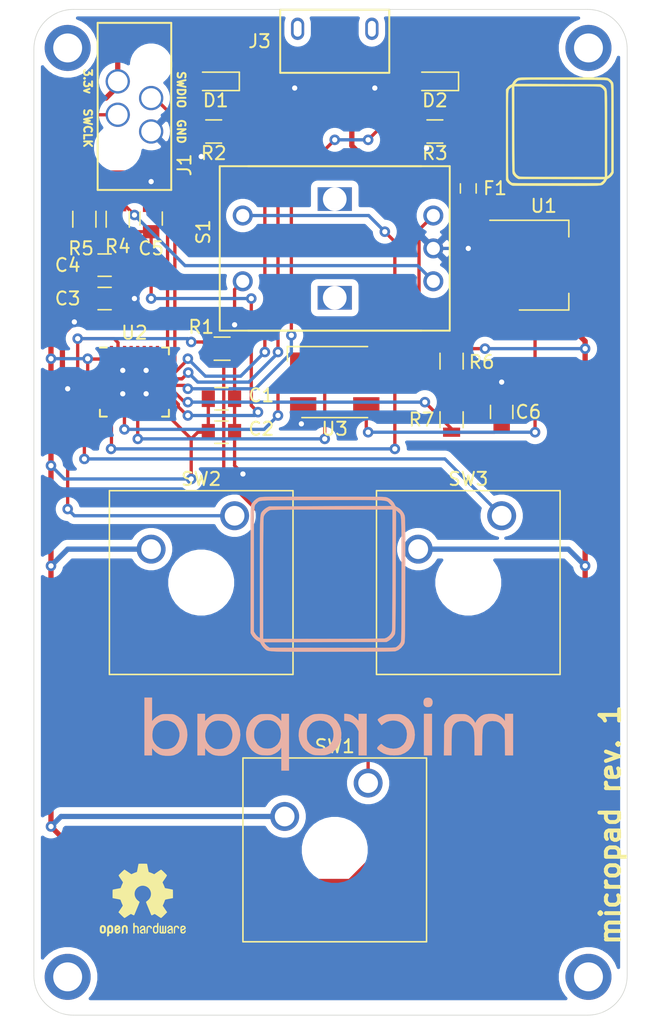
<source format=kicad_pcb>
(kicad_pcb (version 20171130) (host pcbnew 5.1.7-a382d34a8~87~ubuntu20.04.1)
  (layers (0 F.Cu signal) (31 B.Cu signal) (34 B.Paste user) (35 F.Paste user) (36 B.SilkS user) (37 F.SilkS user) (38 B.Mask user) (39 F.Mask user) (44 Edge.Cuts user))
  (net 0 "")
  (net 1 +3V3)
  (net 2 GND)
  (net 3 /ENC_A)
  (net 4 /ENC_B)
  (net 5 "Net-(D1-Pad1)")
  (net 6 /LED_USR)
  (net 7 "Net-(D2-Pad1)")
  (net 8 /SWCLK)
  (net 9 /SWDIO)
  (net 10 +5V)
  (net 11 /USB_DM)
  (net 12 /USB_DP)
  (net 13 "Net-(J3-Pad4)")
  (net 14 /BOOT)
  (net 15 "Net-(R4-Pad1)")
  (net 16 "Net-(R6-Pad2)")
  (net 17 /ENC_BTN)
  (net 18 "Net-(SW2-Pad1)")
  (net 19 "Net-(SW3-Pad1)")
  (net 20 /APA_MOSI)
  (net 21 /APA_SCK)
  (net 22 "Net-(U3-Pad6)")
  (net 23 "Net-(U3-Pad5)")
  (net 24 "Net-(U2-Pad32)")
  (net 25 "Net-(U2-Pad30)")
  (net 26 "Net-(U2-Pad29)")
  (net 27 "Net-(U2-Pad28)")
  (net 28 "Net-(U2-Pad27)")
  (net 29 "Net-(U2-Pad26)")
  (net 30 "Net-(U2-Pad25)")
  (net 31 "Net-(U2-Pad16)")
  (net 32 "Net-(U2-Pad15)")
  (net 33 "Net-(U2-Pad14)")
  (net 34 "Net-(U2-Pad12)")
  (net 35 "Net-(U2-Pad10)")
  (net 36 "Net-(U2-Pad4)")
  (net 37 "Net-(U2-Pad3)")
  (net 38 "Net-(U2-Pad2)")
  (net 39 "Net-(F1-Pad2)")
  (module Symbols:OSHW-Logo2_7.3x6mm_SilkScreen (layer F.Cu) (at 38.735 90.17)
    (fp_text reference REF*** hide)
    (fp_text value OSHW-Logo2_7.3x6mm_SilkScreen hide)
  )
  (module micropad:square_only (layer F.Cu) (at 70.485 31.75)
    (fp_text reference G*** hide)
    (fp_text value LOGO hide)
  )
  (module micropad:logo (layer B.Cu) (at 52.832 70.104 180)
    (fp_text reference G*** hide)
    (fp_text value LOGO hide)
  )
  (module micropad:REDFIT_IDC_SKEDD_CONN_4PIN (layer F.Cu) (at 38.1 29.845 270)
    (fp_text reference J1 (at 4.445 -3.81 90) (layer F.SilkS))
    (fp_text value "SWD Debug")
    (pad "" np_thru_hole circle (at 3.135 1.27 270) (size 2.6 2.6) (drill 2.6) (layers *.Cu *.Mask))
    (pad "" np_thru_hole circle (at -3.175 -1.27 270) (size 2.2 2.2) (drill 2.2) (layers *.Cu *.Mask))
    (pad 4 thru_hole circle (at 1.905 -1.27 270) (size 1.85 1.85) (drill 1.5) (layers *.Cu *.Mask) (net 2 GND))
    (pad 3 thru_hole circle (at 0.635 1.27 270) (size 1.85 1.85) (drill 1.5) (layers *.Cu *.Mask) (net 8 /SWCLK))
    (pad 2 thru_hole circle (at -0.635 -1.27 270) (size 1.85 1.85) (drill 1.5) (layers *.Cu *.Mask) (net 9 /SWDIO))
    (pad 1 thru_hole circle (at -1.905 1.27 270) (size 1.85 1.85) (drill 1.5) (layers *.Cu *.Mask) (net 1 +3V3))
  )
  (module Mounting_Holes:MountingHole_2.2mm_M2_ISO7380_Pad (layer F.Cu) (at 72.644 96.012)
    (fp_text reference H4 hide)
    (fp_text value MountingHole)
    (pad 1 thru_hole circle (at 0 0) (size 3.5 3.5) (drill 2.2) (layers *.Cu *.Mask))
  )
  (module Mounting_Holes:MountingHole_2.2mm_M2_ISO7380_Pad (layer F.Cu) (at 72.644 25.4)
    (fp_text reference H3 hide)
    (fp_text value MountingHole)
    (pad 1 thru_hole circle (at 0 0) (size 3.5 3.5) (drill 2.2) (layers *.Cu *.Mask))
  )
  (module Mounting_Holes:MountingHole_2.2mm_M2_ISO7380_Pad (layer F.Cu) (at 33.02 96.012)
    (fp_text reference H2 hide)
    (fp_text value MountingHole)
    (pad 1 thru_hole circle (at 0 0) (size 3.5 3.5) (drill 2.2) (layers *.Cu *.Mask))
  )
  (module Mounting_Holes:MountingHole_2.2mm_M2_ISO7380_Pad (layer F.Cu) (at 33.02 25.4)
    (fp_text reference H1 hide)
    (fp_text value MountingHole)
    (pad 1 thru_hole circle (at 0 0) (size 3.5 3.5) (drill 2.2) (layers *.Cu *.Mask))
  )
  (module Capacitors_SMD:C_0805 (layer F.Cu) (at 44.72 52.07)
    (fp_text reference C1 (at 3.032 -0.254) (layer F.SilkS))
    (fp_text value 0.1u)
    (pad 1 smd rect (at -1 0) (size 1 1.25) (layers F.Cu F.Paste F.Mask) (net 1 +3V3))
    (pad 2 smd rect (at 1 0) (size 1 1.25) (layers F.Cu F.Paste F.Mask) (net 2 GND))
  )
  (module Capacitors_SMD:C_0805 (layer F.Cu) (at 44.72 54.61)
    (fp_text reference C2 (at 3.032 -0.254) (layer F.SilkS))
    (fp_text value 0.1u)
    (pad 2 smd rect (at 1 0) (size 1 1.25) (layers F.Cu F.Paste F.Mask) (net 2 GND))
    (pad 1 smd rect (at -1 0) (size 1 1.25) (layers F.Cu F.Paste F.Mask) (net 1 +3V3))
  )
  (module Capacitors_SMD:C_0805 (layer F.Cu) (at 35.83 44.45)
    (fp_text reference C3 (at -2.81 0) (layer F.SilkS))
    (fp_text value 0.1u)
    (pad 2 smd rect (at 1 0) (size 1 1.25) (layers F.Cu F.Paste F.Mask) (net 2 GND))
    (pad 1 smd rect (at -1 0) (size 1 1.25) (layers F.Cu F.Paste F.Mask) (net 1 +3V3))
  )
  (module Capacitors_SMD:C_0805 (layer F.Cu) (at 35.83 41.91)
    (fp_text reference C4 (at -2.81 0) (layer F.SilkS))
    (fp_text value 4.7u)
    (pad 1 smd rect (at -1 0) (size 1 1.25) (layers F.Cu F.Paste F.Mask) (net 1 +3V3))
    (pad 2 smd rect (at 1 0) (size 1 1.25) (layers F.Cu F.Paste F.Mask) (net 2 GND))
  )
  (module Capacitors_SMD:C_0805 (layer F.Cu) (at 39.37 38.37 90)
    (fp_text reference C5 (at -2.27 0 180) (layer F.SilkS))
    (fp_text value 0.01u)
    (pad 1 smd rect (at -1 0 90) (size 1 1.25) (layers F.Cu F.Paste F.Mask) (net 3 /ENC_A))
    (pad 2 smd rect (at 1 0 90) (size 1 1.25) (layers F.Cu F.Paste F.Mask) (net 2 GND))
  )
  (module Capacitors_SMD:C_0805 (layer F.Cu) (at 66.04 53.07 90)
    (fp_text reference C6 (at 0 2.032 180) (layer F.SilkS))
    (fp_text value 0.01u)
    (pad 1 smd rect (at -1 0 90) (size 1 1.25) (layers F.Cu F.Paste F.Mask) (net 4 /ENC_B))
    (pad 2 smd rect (at 1 0 90) (size 1 1.25) (layers F.Cu F.Paste F.Mask) (net 2 GND))
  )
  (module LEDs:LED_0805 (layer F.Cu) (at 44.28 27.94 180)
    (fp_text reference D1 (at 0 -1.45) (layer F.SilkS))
    (fp_text value LED)
    (pad 2 smd rect (at 1.1 0) (size 1.2 1.2) (layers F.Cu F.Paste F.Mask) (net 1 +3V3))
    (pad 1 smd rect (at -1.1 0) (size 1.2 1.2) (layers F.Cu F.Paste F.Mask) (net 5 "Net-(D1-Pad1)"))
  )
  (module LEDs:LED_0805 (layer F.Cu) (at 60.96 27.94 180)
    (fp_text reference D2 (at 0 -1.45) (layer F.SilkS))
    (fp_text value LED)
    (pad 1 smd rect (at -1.1 0) (size 1.2 1.2) (layers F.Cu F.Paste F.Mask) (net 7 "Net-(D2-Pad1)"))
    (pad 2 smd rect (at 1.1 0) (size 1.2 1.2) (layers F.Cu F.Paste F.Mask) (net 6 /LED_USR))
  )
  (module micropad:XKB-U254_USB (layer F.Cu) (at 53.34 24.892 180)
    (fp_text reference J3 (at 5.715 0) (layer F.SilkS))
    (fp_text value USB_B_Micro)
    (pad 6 smd rect (at -3.1 -1.5 180) (size 2.1 1.6) (layers F.Cu F.Paste F.Mask) (net 2 GND))
    (pad 6 smd rect (at 3.1 -1.5 180) (size 2.1 1.6) (layers F.Cu F.Paste F.Mask) (net 2 GND))
    (pad 1 smd rect (at -1.3 -1.725 180) (size 0.4 1.35) (layers F.Cu F.Paste F.Mask) (net 39 "Net-(F1-Pad2)"))
    (pad 5 smd rect (at 1.3 -1.725 180) (size 0.4 1.35) (layers F.Cu F.Paste F.Mask) (net 2 GND))
    (pad 2 smd rect (at -0.65 -1.725 180) (size 0.4 1.35) (layers F.Cu F.Paste F.Mask) (net 11 /USB_DM))
    (pad 3 smd rect (at 0 -1.725 180) (size 0.4 1.35) (layers F.Cu F.Paste F.Mask) (net 12 /USB_DP))
    (pad 4 smd rect (at 0.65 -1.725 180) (size 0.4 1.35) (layers F.Cu F.Paste F.Mask) (net 13 "Net-(J3-Pad4)"))
    (pad 0 thru_hole oval (at -2.825 0.95 180) (size 1 1.7) (drill oval 0.6 1.2) (layers *.Cu *.Mask))
    (pad 0 thru_hole oval (at 2.825 0.95 180) (size 1 1.7) (drill oval 0.6 1.2) (layers *.Cu *.Mask))
  )
  (module Resistors_SMD:R_0805 (layer F.Cu) (at 44.77 48.26)
    (fp_text reference R1 (at -1.59 -1.65) (layer F.SilkS))
    (fp_text value 10k)
    (pad 2 smd rect (at 0.95 0) (size 0.7 1.3) (layers F.Cu F.Paste F.Mask) (net 2 GND))
    (pad 1 smd rect (at -0.95 0) (size 0.7 1.3) (layers F.Cu F.Paste F.Mask) (net 14 /BOOT))
  )
  (module Resistors_SMD:R_0805 (layer F.Cu) (at 44.13 31.75 180)
    (fp_text reference R2 (at 0 -1.65) (layer F.SilkS))
    (fp_text value 100)
    (pad 1 smd rect (at -0.95 0 180) (size 0.7 1.3) (layers F.Cu F.Paste F.Mask) (net 5 "Net-(D1-Pad1)"))
    (pad 2 smd rect (at 0.95 0 180) (size 0.7 1.3) (layers F.Cu F.Paste F.Mask) (net 2 GND))
  )
  (module Resistors_SMD:R_0805 (layer F.Cu) (at 60.96 31.75 180)
    (fp_text reference R3 (at 0 -1.65) (layer F.SilkS))
    (fp_text value 100)
    (pad 2 smd rect (at 0.95 0 180) (size 0.7 1.3) (layers F.Cu F.Paste F.Mask) (net 2 GND))
    (pad 1 smd rect (at -0.95 0 180) (size 0.7 1.3) (layers F.Cu F.Paste F.Mask) (net 7 "Net-(D2-Pad1)"))
  )
  (module Resistors_SMD:R_0805 (layer F.Cu) (at 36.83 38.42 270)
    (fp_text reference R4 (at 2.06 0 180) (layer F.SilkS))
    (fp_text value 10k)
    (pad 2 smd rect (at 0.95 0 270) (size 0.7 1.3) (layers F.Cu F.Paste F.Mask) (net 3 /ENC_A))
    (pad 1 smd rect (at -0.95 0 270) (size 0.7 1.3) (layers F.Cu F.Paste F.Mask) (net 15 "Net-(R4-Pad1)"))
  )
  (module Resistors_SMD:R_0805 (layer F.Cu) (at 34.29 38.42 90)
    (fp_text reference R5 (at -2.22 -0.254 180) (layer F.SilkS))
    (fp_text value 10k)
    (pad 2 smd rect (at 0.95 0 90) (size 0.7 1.3) (layers F.Cu F.Paste F.Mask) (net 15 "Net-(R4-Pad1)"))
    (pad 1 smd rect (at -0.95 0 90) (size 0.7 1.3) (layers F.Cu F.Paste F.Mask) (net 1 +3V3))
  )
  (module Resistors_SMD:R_0805 (layer F.Cu) (at 62.23 49.21 270)
    (fp_text reference R6 (at 0.066 -2.286 180) (layer F.SilkS))
    (fp_text value 10k)
    (pad 1 smd rect (at -0.95 0 270) (size 0.7 1.3) (layers F.Cu F.Paste F.Mask) (net 1 +3V3))
    (pad 2 smd rect (at 0.95 0 270) (size 0.7 1.3) (layers F.Cu F.Paste F.Mask) (net 16 "Net-(R6-Pad2)"))
  )
  (module Resistors_SMD:R_0805 (layer F.Cu) (at 62.23 53.66 90)
    (fp_text reference R7 (at 0 -2.286 180) (layer F.SilkS))
    (fp_text value 10k)
    (pad 1 smd rect (at -0.95 0 90) (size 0.7 1.3) (layers F.Cu F.Paste F.Mask) (net 4 /ENC_B))
    (pad 2 smd rect (at 0.95 0 90) (size 0.7 1.3) (layers F.Cu F.Paste F.Mask) (net 16 "Net-(R6-Pad2)"))
  )
  (module micropad:PEC11 (layer F.Cu) (at 53.34 40.64 90)
    (fp_text reference S1 (at 1.25 -10 90) (layer F.SilkS))
    (fp_text value PEC11R)
    (pad 1 thru_hole circle (at -2.5 7.5 90) (size 1.524 1.524) (drill 1) (layers *.Cu *.Mask) (net 15 "Net-(R4-Pad1)"))
    (pad 2 thru_hole circle (at 0 7.5 90) (size 1.524 1.524) (drill 1) (layers *.Cu *.Mask) (net 2 GND))
    (pad 3 thru_hole circle (at 2.5 7.5 90) (size 1.524 1.524) (drill 1) (layers *.Cu *.Mask) (net 16 "Net-(R6-Pad2)"))
    (pad 4 thru_hole circle (at -2.5 -7 90) (size 1.524 1.524) (drill 1) (layers *.Cu *.Mask) (net 2 GND))
    (pad 5 thru_hole circle (at 2.5 -7 90) (size 1.524 1.524) (drill 1) (layers *.Cu *.Mask) (net 17 /ENC_BTN))
    (pad "" np_thru_hole rect (at -3.75 0 90) (size 1.8 2.6) (drill 1.8) (layers *.Cu *.Mask))
    (pad "" np_thru_hole rect (at 3.75 0 90) (size 1.8 2.6) (drill 1.8) (layers *.Cu *.Mask))
  )
  (module Buttons_Switches_Keyboard:SW_Cherry_MX1A_2.00u_Plate (layer F.Cu) (at 55.88 81.28)
    (fp_text reference SW1 (at -2.54 -2.794) (layer F.SilkS))
    (fp_text value SW_SPST)
    (pad "" np_thru_hole circle (at -2.54 5.08) (size 4 4) (drill 4) (layers *.Cu *.Mask))
    (pad 2 thru_hole circle (at -6.35 2.54) (size 2.2 2.2) (drill 1.5) (layers *.Cu *.Mask) (net 1 +3V3))
    (pad 1 thru_hole circle (at 0 0) (size 2.2 2.2) (drill 1.5) (layers *.Cu *.Mask) (net 14 /BOOT))
  )
  (module Buttons_Switches_Keyboard:SW_Cherry_MX1A_1.00u_Plate (layer F.Cu) (at 45.72 60.96)
    (fp_text reference SW2 (at -2.54 -2.794) (layer F.SilkS))
    (fp_text value SW_SPST)
    (pad 1 thru_hole circle (at 0 0) (size 2.2 2.2) (drill 1.5) (layers *.Cu *.Mask) (net 18 "Net-(SW2-Pad1)"))
    (pad 2 thru_hole circle (at -6.35 2.54) (size 2.2 2.2) (drill 1.5) (layers *.Cu *.Mask) (net 1 +3V3))
    (pad "" np_thru_hole circle (at -2.54 5.08) (size 4 4) (drill 4) (layers *.Cu *.Mask))
  )
  (module Buttons_Switches_Keyboard:SW_Cherry_MX1A_1.00u_Plate (layer F.Cu) (at 66.04 60.96)
    (fp_text reference SW3 (at -2.54 -2.794) (layer F.SilkS))
    (fp_text value SW_SPST)
    (pad "" np_thru_hole circle (at -2.54 5.08) (size 4 4) (drill 4) (layers *.Cu *.Mask))
    (pad 2 thru_hole circle (at -6.35 2.54) (size 2.2 2.2) (drill 1.5) (layers *.Cu *.Mask) (net 1 +3V3))
    (pad 1 thru_hole circle (at 0 0) (size 2.2 2.2) (drill 1.5) (layers *.Cu *.Mask) (net 19 "Net-(SW3-Pad1)"))
  )
  (module LEDs:LED_RGB_5050-6 (layer F.Cu) (at 53.34 50.8)
    (fp_text reference U3 (at 0 3.556 180) (layer F.SilkS))
    (fp_text value APA102)
    (pad 6 smd rect (at 2.4 -1.7 90) (size 1.1 2) (layers F.Cu F.Paste F.Mask) (net 22 "Net-(U3-Pad6)"))
    (pad 5 smd rect (at 2.4 0 90) (size 1.1 2) (layers F.Cu F.Paste F.Mask) (net 23 "Net-(U3-Pad5)"))
    (pad 4 smd rect (at 2.4 1.7 90) (size 1.1 2) (layers F.Cu F.Paste F.Mask) (net 10 +5V))
    (pad 3 smd rect (at -2.4 1.7 90) (size 1.1 2) (layers F.Cu F.Paste F.Mask) (net 2 GND))
    (pad 2 smd rect (at -2.4 0 90) (size 1.1 2) (layers F.Cu F.Paste F.Mask) (net 21 /APA_SCK))
    (pad 1 smd rect (at -2.4 -1.7 90) (size 1.1 2) (layers F.Cu F.Paste F.Mask) (net 20 /APA_MOSI))
  )
  (module TO_SOT_Packages_SMD:SOT-223 (layer F.Cu) (at 69.24 41.91)
    (fp_text reference U1 (at 0 -4.5) (layer F.SilkS))
    (fp_text value LD1117S33TR_SOT223)
    (pad 1 smd rect (at -3.15 -2.3) (size 2 1.5) (layers F.Cu F.Paste F.Mask) (net 2 GND))
    (pad 3 smd rect (at -3.15 2.3) (size 2 1.5) (layers F.Cu F.Paste F.Mask) (net 10 +5V))
    (pad 2 smd rect (at -3.15 0) (size 2 1.5) (layers F.Cu F.Paste F.Mask) (net 1 +3V3))
    (pad 4 smd rect (at 3.15 0) (size 2 3.8) (layers F.Cu F.Paste F.Mask))
  )
  (module Housings_DFN_QFN:QFN-32-1EP_5x5mm_Pitch0.5mm (layer F.Cu) (at 38.0989 50.7989)
    (fp_text reference U2 (at 0 -3.75) (layer F.SilkS))
    (fp_text value STM32F042K6Ux)
    (pad 33 smd rect (at -0.8625 -0.8625) (size 1.725 1.725) (layers F.Cu F.Paste F.Mask) (net 2 GND))
    (pad 33 smd rect (at -0.8625 0.8625) (size 1.725 1.725) (layers F.Cu F.Paste F.Mask) (net 2 GND))
    (pad 33 smd rect (at 0.8625 -0.8625) (size 1.725 1.725) (layers F.Cu F.Paste F.Mask) (net 2 GND))
    (pad 33 smd rect (at 0.8625 0.8625) (size 1.725 1.725) (layers F.Cu F.Paste F.Mask) (net 2 GND))
    (pad 32 smd rect (at -1.75 -2.4 90) (size 0.7 0.25) (layers F.Cu F.Paste F.Mask) (net 24 "Net-(U2-Pad32)"))
    (pad 31 smd rect (at -1.25 -2.4 90) (size 0.7 0.25) (layers F.Cu F.Paste F.Mask) (net 14 /BOOT))
    (pad 30 smd rect (at -0.75 -2.4 90) (size 0.7 0.25) (layers F.Cu F.Paste F.Mask) (net 25 "Net-(U2-Pad30)"))
    (pad 29 smd rect (at -0.25 -2.4 90) (size 0.7 0.25) (layers F.Cu F.Paste F.Mask) (net 26 "Net-(U2-Pad29)"))
    (pad 28 smd rect (at 0.25 -2.4 90) (size 0.7 0.25) (layers F.Cu F.Paste F.Mask) (net 27 "Net-(U2-Pad28)"))
    (pad 27 smd rect (at 0.75 -2.4 90) (size 0.7 0.25) (layers F.Cu F.Paste F.Mask) (net 28 "Net-(U2-Pad27)"))
    (pad 26 smd rect (at 1.25 -2.4 90) (size 0.7 0.25) (layers F.Cu F.Paste F.Mask) (net 29 "Net-(U2-Pad26)"))
    (pad 25 smd rect (at 1.75 -2.4 90) (size 0.7 0.25) (layers F.Cu F.Paste F.Mask) (net 30 "Net-(U2-Pad25)"))
    (pad 24 smd rect (at 2.4 -1.75) (size 0.7 0.25) (layers F.Cu F.Paste F.Mask) (net 8 /SWCLK))
    (pad 23 smd rect (at 2.4 -1.25) (size 0.7 0.25) (layers F.Cu F.Paste F.Mask) (net 9 /SWDIO))
    (pad 22 smd rect (at 2.4 -0.75) (size 0.7 0.25) (layers F.Cu F.Paste F.Mask) (net 12 /USB_DP))
    (pad 21 smd rect (at 2.4 -0.25) (size 0.7 0.25) (layers F.Cu F.Paste F.Mask) (net 11 /USB_DM))
    (pad 20 smd rect (at 2.4 0.25) (size 0.7 0.25) (layers F.Cu F.Paste F.Mask) (net 6 /LED_USR))
    (pad 19 smd rect (at 2.4 0.75) (size 0.7 0.25) (layers F.Cu F.Paste F.Mask) (net 4 /ENC_B))
    (pad 18 smd rect (at 2.4 1.25) (size 0.7 0.25) (layers F.Cu F.Paste F.Mask) (net 3 /ENC_A))
    (pad 17 smd rect (at 2.4 1.75) (size 0.7 0.25) (layers F.Cu F.Paste F.Mask) (net 1 +3V3))
    (pad 16 smd rect (at 1.75 2.4 90) (size 0.7 0.25) (layers F.Cu F.Paste F.Mask) (net 31 "Net-(U2-Pad16)"))
    (pad 15 smd rect (at 1.25 2.4 90) (size 0.7 0.25) (layers F.Cu F.Paste F.Mask) (net 32 "Net-(U2-Pad15)"))
    (pad 14 smd rect (at 0.75 2.4 90) (size 0.7 0.25) (layers F.Cu F.Paste F.Mask) (net 33 "Net-(U2-Pad14)"))
    (pad 13 smd rect (at 0.25 2.4 90) (size 0.7 0.25) (layers F.Cu F.Paste F.Mask) (net 20 /APA_MOSI))
    (pad 12 smd rect (at -0.25 2.4 90) (size 0.7 0.25) (layers F.Cu F.Paste F.Mask) (net 34 "Net-(U2-Pad12)"))
    (pad 11 smd rect (at -0.75 2.4 90) (size 0.7 0.25) (layers F.Cu F.Paste F.Mask) (net 21 /APA_SCK))
    (pad 10 smd rect (at -1.25 2.4 90) (size 0.7 0.25) (layers F.Cu F.Paste F.Mask) (net 35 "Net-(U2-Pad10)"))
    (pad 9 smd rect (at -1.75 2.4 90) (size 0.7 0.25) (layers F.Cu F.Paste F.Mask) (net 17 /ENC_BTN))
    (pad 8 smd rect (at -2.4 1.75) (size 0.7 0.25) (layers F.Cu F.Paste F.Mask) (net 19 "Net-(SW3-Pad1)"))
    (pad 7 smd rect (at -2.4 1.25) (size 0.7 0.25) (layers F.Cu F.Paste F.Mask) (net 18 "Net-(SW2-Pad1)"))
    (pad 6 smd rect (at -2.4 0.75) (size 0.7 0.25) (layers F.Cu F.Paste F.Mask) (net 14 /BOOT))
    (pad 5 smd rect (at -2.4 0.25) (size 0.7 0.25) (layers F.Cu F.Paste F.Mask) (net 1 +3V3))
    (pad 4 smd rect (at -2.4 -0.25) (size 0.7 0.25) (layers F.Cu F.Paste F.Mask) (net 36 "Net-(U2-Pad4)"))
    (pad 3 smd rect (at -2.4 -0.75) (size 0.7 0.25) (layers F.Cu F.Paste F.Mask) (net 37 "Net-(U2-Pad3)"))
    (pad 2 smd rect (at -2.4 -1.25) (size 0.7 0.25) (layers F.Cu F.Paste F.Mask) (net 38 "Net-(U2-Pad2)"))
    (pad 1 smd rect (at -2.4 -1.75) (size 0.7 0.25) (layers F.Cu F.Paste F.Mask) (net 1 +3V3))
  )
  (module Capacitors_SMD:C_0603 (layer F.Cu) (at 63.5 36.08 90)
    (fp_text reference F1 (at 0.012 2.032 180) (layer F.SilkS))
    (fp_text value Fuse_Small)
    (pad 1 smd rect (at -0.75 0 90) (size 0.8 0.75) (layers F.Cu F.Paste F.Mask) (net 10 +5V))
    (pad 2 smd rect (at 0.75 0 90) (size 0.8 0.75) (layers F.Cu F.Paste F.Mask) (net 39 "Net-(F1-Pad2)"))
  )
  (gr_text "micropad rev. 1" (at 74.295 84.455 90) (layer F.SilkS) (effects (font (size 1.5 1.5) (thickness 0.3))))
  (gr_text GND (at 41.656 31.75 270) (layer F.SilkS) (effects (font (size 0.6 0.6))))
  (gr_text SWDIO (at 41.656 28.575 270) (layer F.SilkS) (effects (font (size 0.6 0.6))))
  (gr_text SWCLK (at 34.544 31.496 270) (layer F.SilkS) (effects (font (size 0.6 0.6))))
  (gr_text 3.3v (at 34.544 27.94 270) (layer F.SilkS) (effects (font (size 0.6 0.6))))
  (gr_line (start 30.8204 24.0259) (end 30.7348 24.1938) (layer Edge.Cuts) (width 0.05))
  (gr_line (start 32.7032 22.5654) (end 32.5223 22.6179) (layer Edge.Cuts) (width 0.05))
  (gr_line (start 75.1223 23.8636) (end 75.0163 23.7078) (layer Edge.Cuts) (width 0.05))
  (gr_line (start 30.4493 95.9231) (end 30.4552 96.1115) (layer Edge.Cuts) (width 0.05))
  (gr_line (start 30.9163 23.8636) (end 30.8204 24.0259) (layer Edge.Cuts) (width 0.05))
  (gr_line (start 75.0163 23.7078) (end 74.9008 23.5588) (layer Edge.Cuts) (width 0.05))
  (gr_line (start 32.8872 98.87) (end 33.0733 98.8994) (layer Edge.Cuts) (width 0.05))
  (gr_line (start 30.5961 96.8501) (end 30.66 97.0275) (layer Edge.Cuts) (width 0.05))
  (gr_line (start 74.1968 22.9381) (end 74.0346 22.8422) (layer Edge.Cuts) (width 0.05))
  (gr_line (start 31.0223 97.6864) (end 31.1378 97.8354) (layer Edge.Cuts) (width 0.05))
  (gr_line (start 75.5362 24.909) (end 75.495 24.725) (layer Edge.Cuts) (width 0.05))
  (gr_line (start 30.7348 97.2004) (end 30.8204 97.3683) (layer Edge.Cuts) (width 0.05))
  (gr_line (start 30.5436 24.725) (end 30.5024 24.909) (layer Edge.Cuts) (width 0.05))
  (gr_line (start 30.473 25.0951) (end 30.4552 25.2827) (layer Edge.Cuts) (width 0.05))
  (gr_line (start 75.495 24.725) (end 75.4425 24.5441) (layer Edge.Cuts) (width 0.05))
  (gr_line (start 32.7032 98.8288) (end 32.8872 98.87) (layer Edge.Cuts) (width 0.05))
  (gr_line (start 31.8418 22.9381) (end 31.686 23.0441) (layer Edge.Cuts) (width 0.05))
  (gr_line (start 75.3786 24.3667) (end 75.3038 24.1938) (layer Edge.Cuts) (width 0.05))
  (gr_line (start 75.2182 24.0259) (end 75.1223 23.8636) (layer Edge.Cuts) (width 0.05))
  (gr_line (start 75.4425 96.8501) (end 75.495 96.6692) (layer Edge.Cuts) (width 0.05))
  (gr_line (start 74.9008 23.5588) (end 74.7762 23.4175) (layer Edge.Cuts) (width 0.05))
  (gr_line (start 30.4493 25.4711) (end 30.4493 95.9231) (layer Edge.Cuts) (width 0.05))
  (gr_line (start 75.495 96.6692) (end 75.5362 96.4852) (layer Edge.Cuts) (width 0.05))
  (gr_line (start 32.172 22.7566) (end 32.004 22.8422) (layer Edge.Cuts) (width 0.05))
  (gr_line (start 33.2609 22.477) (end 33.0733 22.4948) (layer Edge.Cuts) (width 0.05))
  (gr_line (start 75.5656 25.0951) (end 75.5362 24.909) (layer Edge.Cuts) (width 0.05))
  (gr_line (start 30.4552 96.1115) (end 30.473 96.2991) (layer Edge.Cuts) (width 0.05))
  (gr_line (start 73.3354 22.5654) (end 73.1514 22.5242) (layer Edge.Cuts) (width 0.05))
  (gr_line (start 30.7348 24.1938) (end 30.66 24.3667) (layer Edge.Cuts) (width 0.05))
  (gr_line (start 30.66 97.0275) (end 30.7348 97.2004) (layer Edge.Cuts) (width 0.05))
  (gr_line (start 75.3038 97.2004) (end 75.3786 97.0275) (layer Edge.Cuts) (width 0.05))
  (gr_line (start 33.4493 22.4711) (end 33.2609 22.477) (layer Edge.Cuts) (width 0.05))
  (gr_line (start 31.3957 98.11) (end 31.537 98.2346) (layer Edge.Cuts) (width 0.05))
  (gr_line (start 32.3449 98.7124) (end 32.5223 98.7763) (layer Edge.Cuts) (width 0.05))
  (gr_line (start 75.2182 97.3683) (end 75.3038 97.2004) (layer Edge.Cuts) (width 0.05))
  (gr_line (start 75.5362 96.4852) (end 75.5656 96.2991) (layer Edge.Cuts) (width 0.05))
  (gr_line (start 32.3449 22.6818) (end 32.172 22.7566) (layer Edge.Cuts) (width 0.05))
  (gr_line (start 75.5834 25.2827) (end 75.5656 25.0951) (layer Edge.Cuts) (width 0.05))
  (gr_line (start 30.5024 24.909) (end 30.473 25.0951) (layer Edge.Cuts) (width 0.05))
  (gr_line (start 74.9008 97.8354) (end 75.0163 97.6864) (layer Edge.Cuts) (width 0.05))
  (gr_line (start 75.5893 25.4711) (end 75.5834 25.2827) (layer Edge.Cuts) (width 0.05))
  (gr_line (start 75.1223 97.5306) (end 75.2182 97.3683) (layer Edge.Cuts) (width 0.05))
  (gr_line (start 75.5834 96.1115) (end 75.5893 95.9231) (layer Edge.Cuts) (width 0.05))
  (gr_line (start 75.5893 95.9231) (end 75.5893 25.4711) (layer Edge.Cuts) (width 0.05))
  (gr_line (start 31.2624 97.9767) (end 31.3957 98.11) (layer Edge.Cuts) (width 0.05))
  (gr_line (start 31.537 98.2346) (end 31.686 98.3501) (layer Edge.Cuts) (width 0.05))
  (gr_line (start 30.5436 96.6692) (end 30.5961 96.8501) (layer Edge.Cuts) (width 0.05))
  (gr_line (start 32.5223 22.6179) (end 32.3449 22.6818) (layer Edge.Cuts) (width 0.05))
  (gr_line (start 74.3526 98.3501) (end 74.5016 98.2346) (layer Edge.Cuts) (width 0.05))
  (gr_line (start 30.9163 97.5306) (end 31.0223 97.6864) (layer Edge.Cuts) (width 0.05))
  (gr_line (start 73.8666 98.6376) (end 74.0346 98.552) (layer Edge.Cuts) (width 0.05))
  (gr_line (start 75.3038 24.1938) (end 75.2182 24.0259) (layer Edge.Cuts) (width 0.05))
  (gr_line (start 74.7762 23.4175) (end 74.6429 23.2842) (layer Edge.Cuts) (width 0.05))
  (gr_line (start 73.6937 98.7124) (end 73.8666 98.6376) (layer Edge.Cuts) (width 0.05))
  (gr_line (start 30.4552 25.2827) (end 30.4493 25.4711) (layer Edge.Cuts) (width 0.05))
  (gr_line (start 32.8872 22.5242) (end 32.7032 22.5654) (layer Edge.Cuts) (width 0.05))
  (gr_line (start 74.6429 23.2842) (end 74.5016 23.1596) (layer Edge.Cuts) (width 0.05))
  (gr_line (start 31.686 23.0441) (end 31.537 23.1596) (layer Edge.Cuts) (width 0.05))
  (gr_line (start 30.8204 97.3683) (end 30.9163 97.5306) (layer Edge.Cuts) (width 0.05))
  (gr_line (start 75.4425 24.5441) (end 75.3786 24.3667) (layer Edge.Cuts) (width 0.05))
  (gr_line (start 32.172 98.6376) (end 32.3449 98.7124) (layer Edge.Cuts) (width 0.05))
  (gr_line (start 31.537 23.1596) (end 31.3957 23.2842) (layer Edge.Cuts) (width 0.05))
  (gr_line (start 74.0346 98.552) (end 74.1968 98.4561) (layer Edge.Cuts) (width 0.05))
  (gr_line (start 31.2624 23.4175) (end 31.1378 23.5588) (layer Edge.Cuts) (width 0.05))
  (gr_line (start 31.1378 97.8354) (end 31.2624 97.9767) (layer Edge.Cuts) (width 0.05))
  (gr_line (start 30.5024 96.4852) (end 30.5436 96.6692) (layer Edge.Cuts) (width 0.05))
  (gr_line (start 74.3526 23.0441) (end 74.1968 22.9381) (layer Edge.Cuts) (width 0.05))
  (gr_line (start 75.5656 96.2991) (end 75.5834 96.1115) (layer Edge.Cuts) (width 0.05))
  (gr_line (start 30.473 96.2991) (end 30.5024 96.4852) (layer Edge.Cuts) (width 0.05))
  (gr_line (start 33.4493 98.9231) (end 72.5893 98.9231) (layer Edge.Cuts) (width 0.05))
  (gr_line (start 74.7762 97.9767) (end 74.9008 97.8354) (layer Edge.Cuts) (width 0.05))
  (gr_line (start 73.1514 22.5242) (end 72.9653 22.4948) (layer Edge.Cuts) (width 0.05))
  (gr_line (start 32.5223 98.7763) (end 32.7032 98.8288) (layer Edge.Cuts) (width 0.05))
  (gr_line (start 73.5163 22.6179) (end 73.3354 22.5654) (layer Edge.Cuts) (width 0.05))
  (gr_line (start 33.2609 98.9172) (end 33.4493 98.9231) (layer Edge.Cuts) (width 0.05))
  (gr_line (start 31.0223 23.7078) (end 30.9163 23.8636) (layer Edge.Cuts) (width 0.05))
  (gr_line (start 30.5961 24.5441) (end 30.5436 24.725) (layer Edge.Cuts) (width 0.05))
  (gr_line (start 72.7777 22.477) (end 72.5893 22.4711) (layer Edge.Cuts) (width 0.05))
  (gr_line (start 73.5163 98.7763) (end 73.6937 98.7124) (layer Edge.Cuts) (width 0.05))
  (gr_line (start 74.6429 98.11) (end 74.7762 97.9767) (layer Edge.Cuts) (width 0.05))
  (gr_line (start 75.3786 97.0275) (end 75.4425 96.8501) (layer Edge.Cuts) (width 0.05))
  (gr_line (start 74.5016 98.2346) (end 74.6429 98.11) (layer Edge.Cuts) (width 0.05))
  (gr_line (start 73.6937 22.6818) (end 73.5163 22.6179) (layer Edge.Cuts) (width 0.05))
  (gr_line (start 74.1968 98.4561) (end 74.3526 98.3501) (layer Edge.Cuts) (width 0.05))
  (gr_line (start 75.0163 97.6864) (end 75.1223 97.5306) (layer Edge.Cuts) (width 0.05))
  (gr_line (start 74.0346 22.8422) (end 73.8666 22.7566) (layer Edge.Cuts) (width 0.05))
  (gr_line (start 72.5893 98.9231) (end 72.7777 98.9172) (layer Edge.Cuts) (width 0.05))
  (gr_line (start 30.66 24.3667) (end 30.5961 24.5441) (layer Edge.Cuts) (width 0.05))
  (gr_line (start 31.1378 23.5588) (end 31.0223 23.7078) (layer Edge.Cuts) (width 0.05))
  (gr_line (start 74.5016 23.1596) (end 74.3526 23.0441) (layer Edge.Cuts) (width 0.05))
  (gr_line (start 72.7777 98.9172) (end 72.9653 98.8994) (layer Edge.Cuts) (width 0.05))
  (gr_line (start 72.9653 98.8994) (end 73.1514 98.87) (layer Edge.Cuts) (width 0.05))
  (gr_line (start 31.686 98.3501) (end 31.8418 98.4561) (layer Edge.Cuts) (width 0.05))
  (gr_line (start 72.5893 22.4711) (end 33.4493 22.4711) (layer Edge.Cuts) (width 0.05))
  (gr_line (start 32.004 22.8422) (end 31.8418 22.9381) (layer Edge.Cuts) (width 0.05))
  (gr_line (start 73.1514 98.87) (end 73.3354 98.8288) (layer Edge.Cuts) (width 0.05))
  (gr_line (start 73.3354 98.8288) (end 73.5163 98.7763) (layer Edge.Cuts) (width 0.05))
  (gr_line (start 72.9653 22.4948) (end 72.7777 22.477) (layer Edge.Cuts) (width 0.05))
  (gr_line (start 33.0733 22.4948) (end 32.8872 22.5242) (layer Edge.Cuts) (width 0.05))
  (gr_line (start 31.8418 98.4561) (end 32.004 98.552) (layer Edge.Cuts) (width 0.05))
  (gr_line (start 31.3957 23.2842) (end 31.2624 23.4175) (layer Edge.Cuts) (width 0.05))
  (gr_line (start 33.0733 98.8994) (end 33.2609 98.9172) (layer Edge.Cuts) (width 0.05))
  (gr_line (start 73.8666 22.7566) (end 73.6937 22.6818) (layer Edge.Cuts) (width 0.05))
  (gr_line (start 32.004 98.552) (end 32.172 98.6376) (layer Edge.Cuts) (width 0.05))
  (via (at 72.39 64.77) (size 0.8) (drill 0.4) (layers F.Cu B.Cu) (net 1))
  (segment (start 71.12 63.5) (end 72.39 64.77) (width 0.4) (layer B.Cu) (net 1))
  (segment (start 59.69 63.5) (end 71.12 63.5) (width 0.4) (layer B.Cu) (net 1))
  (via (at 31.75 64.77) (size 0.8) (drill 0.4) (layers F.Cu B.Cu) (net 1))
  (segment (start 33.02 63.5) (end 31.75 64.77) (width 0.4) (layer B.Cu) (net 1))
  (segment (start 39.37 63.5) (end 33.02 63.5) (width 0.4) (layer B.Cu) (net 1))
  (via (at 31.75 84.582) (size 0.8) (drill 0.4) (layers F.Cu B.Cu) (net 1))
  (segment (start 32.512 83.82) (end 31.75 84.582) (width 0.4) (layer B.Cu) (net 1))
  (segment (start 49.53 83.82) (end 32.512 83.82) (width 0.4) (layer B.Cu) (net 1))
  (segment (start 35.672 49.022) (end 35.7 49.05) (width 0.25) (layer F.Cu) (net 1))
  (segment (start 31.75 50.546) (end 31.75 49.022) (width 0.4) (layer F.Cu) (net 1))
  (segment (start 43.72 54.61) (end 43.72 52.07) (width 0.25) (layer F.Cu) (net 1))
  (segment (start 42.926 54.61) (end 42.418 55.118) (width 0.25) (layer F.Cu) (net 1))
  (segment (start 43.72 54.61) (end 42.926 54.61) (width 0.25) (layer F.Cu) (net 1))
  (segment (start 31.75 54.356) (end 31.75 50.546) (width 0.4) (layer F.Cu) (net 1))
  (segment (start 34.83 44.45) (end 34.83 41.91) (width 0.25) (layer F.Cu) (net 1))
  (segment (start 32.512 44.45) (end 31.75 45.212) (width 0.25) (layer F.Cu) (net 1))
  (segment (start 34.83 44.45) (end 32.512 44.45) (width 0.25) (layer F.Cu) (net 1))
  (segment (start 31.75 45.212) (end 31.75 30.759998) (width 0.4) (layer F.Cu) (net 1))
  (segment (start 31.75 49.022) (end 31.75 45.212) (width 0.4) (layer F.Cu) (net 1))
  (segment (start 40.5 53.2) (end 42.418 55.118) (width 0.25) (layer F.Cu) (net 1))
  (segment (start 40.5 52.55) (end 40.5 53.2) (width 0.25) (layer F.Cu) (net 1))
  (via (at 31.75 57.15) (size 0.8) (drill 0.4) (layers F.Cu B.Cu) (net 1))
  (segment (start 41.148 58.166) (end 32.766 58.166) (width 0.25) (layer B.Cu) (net 1))
  (segment (start 31.75 57.15) (end 31.75 54.356) (width 0.4) (layer F.Cu) (net 1))
  (segment (start 32.766 58.166) (end 31.75 57.15) (width 0.25) (layer B.Cu) (net 1))
  (segment (start 31.75 84.582) (end 31.75 57.15) (width 0.4) (layer F.Cu) (net 1))
  (via (at 42.418 58.166) (size 0.8) (drill 0.4) (layers F.Cu B.Cu) (net 1))
  (segment (start 42.418 55.118) (end 42.418 58.166) (width 0.25) (layer F.Cu) (net 1))
  (segment (start 42.418 58.166) (end 41.148 58.166) (width 0.25) (layer B.Cu) (net 1))
  (segment (start 35.1 51.05) (end 35.024999 50.974999) (width 0.25) (layer F.Cu) (net 1))
  (segment (start 35.7 51.05) (end 35.1 51.05) (width 0.25) (layer F.Cu) (net 1))
  (via (at 34.544 49.022) (size 0.8) (drill 0.4) (layers F.Cu B.Cu) (net 1))
  (segment (start 34.544 49.022) (end 31.75 49.022) (width 0.25) (layer B.Cu) (net 1))
  (via (at 31.75 49.022) (size 0.8) (drill 0.4) (layers F.Cu B.Cu) (net 1))
  (segment (start 34.621999 49.099999) (end 34.544 49.022) (width 0.25) (layer F.Cu) (net 1))
  (segment (start 34.5709 49.0489) (end 34.544 49.022) (width 0.25) (layer F.Cu) (net 1))
  (segment (start 35.6989 49.0489) (end 34.5709 49.0489) (width 0.25) (layer F.Cu) (net 1))
  (segment (start 34.544 50.494) (end 34.544 49.022) (width 0.25) (layer F.Cu) (net 1))
  (segment (start 35.1 51.05) (end 34.544 50.494) (width 0.25) (layer F.Cu) (net 1))
  (via (at 72.39 48.26) (size 0.8) (drill 0.4) (layers F.Cu B.Cu) (net 1))
  (segment (start 72.39 48.26) (end 64.77 48.26) (width 0.25) (layer B.Cu) (net 1))
  (segment (start 64.77 48.26) (end 62.23 48.26) (width 0.25) (layer F.Cu) (net 1))
  (segment (start 34.83 39.91) (end 34.29 39.37) (width 0.25) (layer F.Cu) (net 1))
  (segment (start 34.83 41.91) (end 34.83 39.91) (width 0.25) (layer F.Cu) (net 1))
  (segment (start 31.75 30.759998) (end 33.299998 29.21) (width 0.4) (layer F.Cu) (net 1))
  (via (at 64.77 48.26) (size 0.8) (drill 0.4) (layers F.Cu B.Cu) (net 1))
  (segment (start 66.09 41.96) (end 66.09 41.91) (width 0.25) (layer F.Cu) (net 1))
  (segment (start 72.39 48.26) (end 72.39 64.77) (width 0.4) (layer F.Cu) (net 1))
  (segment (start 66.605685 41.91) (end 66.09 41.91) (width 0.4) (layer F.Cu) (net 1))
  (segment (start 72.39 47.694315) (end 66.605685 41.91) (width 0.4) (layer F.Cu) (net 1))
  (segment (start 72.39 48.26) (end 72.39 47.694315) (width 0.4) (layer F.Cu) (net 1))
  (segment (start 35.928001 88.760001) (end 31.75 84.582) (width 0.4) (layer F.Cu) (net 1))
  (segment (start 72.39 70.862002) (end 54.492001 88.760001) (width 0.4) (layer F.Cu) (net 1))
  (segment (start 54.492001 88.760001) (end 35.928001 88.760001) (width 0.4) (layer F.Cu) (net 1))
  (segment (start 72.39 64.77) (end 72.39 70.862002) (width 0.4) (layer F.Cu) (net 1))
  (segment (start 35.935 29.21) (end 37.16 27.985) (width 0.4) (layer F.Cu) (net 1))
  (segment (start 33.299998 29.21) (end 35.935 29.21) (width 0.4) (layer F.Cu) (net 1))
  (segment (start 41.91 26.67) (end 43.18 27.94) (width 0.4) (layer F.Cu) (net 1))
  (segment (start 40.64 24.13) (end 41.91 25.4) (width 0.4) (layer F.Cu) (net 1))
  (segment (start 37.465 24.13) (end 40.64 24.13) (width 0.4) (layer F.Cu) (net 1))
  (segment (start 36.83 24.765) (end 37.465 24.13) (width 0.4) (layer F.Cu) (net 1))
  (segment (start 41.91 25.4) (end 41.91 26.67) (width 0.4) (layer F.Cu) (net 1))
  (segment (start 36.83 27.94) (end 36.83 24.765) (width 0.4) (layer F.Cu) (net 1))
  (via (at 37.211 49.911) (size 0.8) (drill 0.4) (layers F.Cu B.Cu) (net 2))
  (via (at 38.989 49.911) (size 0.8) (drill 0.4) (layers F.Cu B.Cu) (net 2))
  (via (at 38.989 51.689) (size 0.8) (drill 0.4) (layers F.Cu B.Cu) (net 2))
  (via (at 37.211 51.689) (size 0.8) (drill 0.4) (layers F.Cu B.Cu) (net 2))
  (via (at 38.1 44.45) (size 0.8) (drill 0.4) (layers F.Cu B.Cu) (net 2))
  (segment (start 36.83 44.45) (end 38.1 44.45) (width 0.25) (layer F.Cu) (net 2))
  (via (at 50.8 53.975) (size 0.8) (drill 0.4) (layers F.Cu B.Cu) (net 2))
  (segment (start 50.94 53.835) (end 50.8 53.975) (width 0.25) (layer F.Cu) (net 2))
  (segment (start 50.94 52.5) (end 50.94 53.835) (width 0.25) (layer F.Cu) (net 2))
  (segment (start 45.72 54.61) (end 45.72 52.07) (width 0.25) (layer F.Cu) (net 2))
  (segment (start 45.72 52.07) (end 45.72 48.26) (width 0.25) (layer F.Cu) (net 2))
  (via (at 46.355 57.785) (size 0.8) (drill 0.4) (layers F.Cu B.Cu) (net 2))
  (segment (start 45.72 57.15) (end 46.355 57.785) (width 0.25) (layer F.Cu) (net 2))
  (segment (start 45.72 54.61) (end 45.72 57.15) (width 0.25) (layer F.Cu) (net 2))
  (via (at 60.325 33.02) (size 0.8) (drill 0.4) (layers F.Cu B.Cu) (net 2))
  (segment (start 60.01 32.705) (end 60.325 33.02) (width 0.25) (layer F.Cu) (net 2))
  (segment (start 60.01 31.75) (end 60.01 32.705) (width 0.25) (layer F.Cu) (net 2))
  (via (at 43.18 33.655) (size 0.8) (drill 0.4) (layers F.Cu B.Cu) (net 2))
  (segment (start 43.18 31.75) (end 43.18 33.655) (width 0.25) (layer F.Cu) (net 2))
  (via (at 45.72 46.445) (size 0.8) (drill 0.4) (layers F.Cu B.Cu) (net 2))
  (segment (start 45.72 48.26) (end 45.72 46.445) (width 0.25) (layer F.Cu) (net 2))
  (segment (start 36.83 44.45) (end 36.83 41.91) (width 0.25) (layer F.Cu) (net 2))
  (via (at 39.37 35.56) (size 0.8) (drill 0.4) (layers F.Cu B.Cu) (net 2))
  (segment (start 39.37 37.37) (end 39.37 35.56) (width 0.25) (layer F.Cu) (net 2))
  (segment (start 64.53 39.61) (end 63.5 40.64) (width 0.25) (layer F.Cu) (net 2))
  (via (at 63.5 40.64) (size 0.8) (drill 0.4) (layers F.Cu B.Cu) (net 2))
  (segment (start 66.09 39.61) (end 64.53 39.61) (width 0.25) (layer F.Cu) (net 2))
  (via (at 66.04 50.8) (size 0.8) (drill 0.4) (layers F.Cu B.Cu) (net 2))
  (segment (start 66.04 52.07) (end 66.04 50.8) (width 0.25) (layer F.Cu) (net 2))
  (segment (start 45.72 43.76) (end 46.34 43.14) (width 0.25) (layer F.Cu) (net 2))
  (segment (start 45.72 46.445) (end 45.72 43.76) (width 0.25) (layer F.Cu) (net 2))
  (segment (start 63.5 40.64) (end 60.84 40.64) (width 0.25) (layer B.Cu) (net 2))
  (via (at 33.02 51.308) (size 0.8) (drill 0.4) (layers F.Cu B.Cu) (net 2))
  (segment (start 33.401 51.689) (end 33.02 51.308) (width 0.4) (layer B.Cu) (net 2))
  (segment (start 37.211 51.689) (end 33.401 51.689) (width 0.4) (layer B.Cu) (net 2))
  (segment (start 32.620001 47.135999) (end 33.528 46.228) (width 0.4) (layer F.Cu) (net 2))
  (via (at 33.528 46.228) (size 0.8) (drill 0.4) (layers F.Cu B.Cu) (net 2))
  (segment (start 32.620001 50.908001) (end 32.620001 47.135999) (width 0.4) (layer F.Cu) (net 2))
  (segment (start 33.02 51.308) (end 32.620001 50.908001) (width 0.4) (layer F.Cu) (net 2))
  (segment (start 50.24 26.392) (end 49.808 26.392) (width 0.4) (layer F.Cu) (net 2))
  (via (at 56.388 28.448) (size 0.8) (drill 0.4) (layers F.Cu B.Cu) (net 2))
  (segment (start 56.44 28.396) (end 56.388 28.448) (width 0.4) (layer F.Cu) (net 2))
  (segment (start 56.44 26.392) (end 56.44 28.396) (width 0.4) (layer F.Cu) (net 2))
  (via (at 50.292 28.448) (size 0.8) (drill 0.4) (layers F.Cu B.Cu) (net 2))
  (segment (start 50.24 28.396) (end 50.292 28.448) (width 0.4) (layer F.Cu) (net 2))
  (segment (start 50.24 26.392) (end 50.24 28.396) (width 0.4) (layer F.Cu) (net 2))
  (segment (start 51.815 26.392) (end 52.04 26.617) (width 0.4) (layer F.Cu) (net 2))
  (segment (start 50.24 26.392) (end 51.815 26.392) (width 0.4) (layer F.Cu) (net 2))
  (via (at 42.164 53.34) (size 0.8) (drill 0.4) (layers F.Cu B.Cu) (net 3))
  (segment (start 42.106998 53.34) (end 42.164 53.34) (width 0.25) (layer F.Cu) (net 3))
  (segment (start 41.438999 52.672001) (end 42.106998 53.34) (width 0.25) (layer F.Cu) (net 3))
  (segment (start 41.438999 52.489409) (end 41.438999 52.672001) (width 0.25) (layer F.Cu) (net 3))
  (segment (start 40.99959 52.05) (end 41.438999 52.489409) (width 0.25) (layer F.Cu) (net 3))
  (segment (start 40.5 52.05) (end 40.99959 52.05) (width 0.25) (layer F.Cu) (net 3))
  (via (at 47.498 53.086) (size 0.8) (drill 0.4) (layers F.Cu B.Cu) (net 3))
  (segment (start 47.244 53.34) (end 47.498 53.086) (width 0.25) (layer B.Cu) (net 3))
  (segment (start 42.164 53.34) (end 47.244 53.34) (width 0.25) (layer B.Cu) (net 3))
  (segment (start 36.83 39.37) (end 39.37 39.37) (width 0.25) (layer F.Cu) (net 3))
  (segment (start 39.37 39.37) (end 39.37 41.91) (width 0.25) (layer F.Cu) (net 3))
  (via (at 46.99 44.45) (size 0.8) (drill 0.4) (layers F.Cu B.Cu) (net 3))
  (segment (start 46.99 52.578) (end 46.99 44.45) (width 0.25) (layer F.Cu) (net 3))
  (segment (start 47.498 53.086) (end 46.99 52.578) (width 0.25) (layer F.Cu) (net 3))
  (via (at 39.37 44.45) (size 0.8) (drill 0.4) (layers F.Cu B.Cu) (net 3))
  (segment (start 39.37 41.91) (end 39.37 44.45) (width 0.25) (layer F.Cu) (net 3))
  (segment (start 39.37 44.45) (end 46.99 44.45) (width 0.25) (layer B.Cu) (net 3))
  (segment (start 40.5 51.55) (end 41.136 51.55) (width 0.25) (layer F.Cu) (net 4))
  (via (at 42.164 52.324) (size 0.8) (drill 0.4) (layers F.Cu B.Cu) (net 4))
  (segment (start 41.91 52.324) (end 42.164 52.324) (width 0.25) (layer F.Cu) (net 4))
  (segment (start 41.136 51.55) (end 41.91 52.324) (width 0.25) (layer F.Cu) (net 4))
  (via (at 60.198 52.324) (size 0.8) (drill 0.4) (layers F.Cu B.Cu) (net 4))
  (segment (start 42.164 52.324) (end 60.198 52.324) (width 0.25) (layer B.Cu) (net 4))
  (segment (start 62.23 54.356) (end 62.23 54.61) (width 0.25) (layer F.Cu) (net 4))
  (segment (start 60.198 52.324) (end 62.23 54.356) (width 0.25) (layer F.Cu) (net 4))
  (segment (start 65.5 54.61) (end 66.04 54.07) (width 0.25) (layer F.Cu) (net 4))
  (segment (start 62.23 54.61) (end 65.5 54.61) (width 0.25) (layer F.Cu) (net 4))
  (segment (start 45.08 28.24) (end 45.38 27.94) (width 0.25) (layer F.Cu) (net 5))
  (segment (start 45.08 31.75) (end 45.08 28.24) (width 0.25) (layer F.Cu) (net 5))
  (via (at 42.164 51.308) (size 0.8) (drill 0.4) (layers F.Cu B.Cu) (net 6))
  (segment (start 42.16 51.05) (end 42.164 51.054) (width 0.25) (layer F.Cu) (net 6))
  (segment (start 40.5 51.05) (end 41.152 51.05) (width 0.25) (layer F.Cu) (net 6))
  (segment (start 41.152 51.05) (end 41.340998 51.05) (width 0.25) (layer F.Cu) (net 6))
  (segment (start 41.906 51.05) (end 42.164 51.308) (width 0.25) (layer F.Cu) (net 6))
  (segment (start 41.152 51.05) (end 41.906 51.05) (width 0.25) (layer F.Cu) (net 6))
  (segment (start 50.038 48.571002) (end 50.038 47.244) (width 0.25) (layer B.Cu) (net 6))
  (segment (start 47.301002 51.308) (end 50.038 48.571002) (width 0.25) (layer B.Cu) (net 6))
  (via (at 50.038 47.244) (size 0.8) (drill 0.4) (layers F.Cu B.Cu) (net 6))
  (segment (start 42.164 51.308) (end 47.301002 51.308) (width 0.25) (layer B.Cu) (net 6))
  (segment (start 59.86 27.94) (end 59.334999 28.465001) (width 0.25) (layer F.Cu) (net 6))
  (segment (start 50.038 47.244) (end 50.038 41.967685) (width 0.25) (layer F.Cu) (net 6))
  (via (at 53.34 32.385) (size 0.8) (drill 0.4) (layers F.Cu B.Cu) (net 6))
  (segment (start 50.038 35.687) (end 53.34 32.385) (width 0.25) (layer F.Cu) (net 6))
  (segment (start 50.038 41.967685) (end 50.038 35.687) (width 0.25) (layer F.Cu) (net 6))
  (via (at 55.88 32.385) (size 0.8) (drill 0.4) (layers F.Cu B.Cu) (net 6))
  (segment (start 53.34 32.385) (end 55.88 32.385) (width 0.25) (layer B.Cu) (net 6))
  (segment (start 59.86 28.405) (end 59.86 27.94) (width 0.25) (layer F.Cu) (net 6))
  (segment (start 55.88 32.385) (end 59.86 28.405) (width 0.25) (layer F.Cu) (net 6))
  (segment (start 61.91 28.09) (end 62.06 27.94) (width 0.25) (layer F.Cu) (net 7))
  (segment (start 61.91 31.75) (end 61.91 28.09) (width 0.25) (layer F.Cu) (net 7))
  (segment (start 39.914999 34.834999) (end 35.469999 34.834999) (width 0.25) (layer F.Cu) (net 8))
  (segment (start 40.620001 35.540001) (end 39.914999 34.834999) (width 0.25) (layer F.Cu) (net 8))
  (segment (start 40.620001 48.927799) (end 40.620001 35.540001) (width 0.25) (layer F.Cu) (net 8))
  (segment (start 40.4989 49.0489) (end 40.620001 48.927799) (width 0.25) (layer F.Cu) (net 8))
  (segment (start 35.469999 34.834999) (end 34.29 33.655) (width 0.25) (layer F.Cu) (net 8))
  (segment (start 34.29 33.655) (end 34.29 31.115) (width 0.25) (layer F.Cu) (net 8))
  (segment (start 34.925 30.48) (end 36.83 30.48) (width 0.25) (layer F.Cu) (net 8))
  (segment (start 34.29 31.115) (end 34.925 30.48) (width 0.25) (layer F.Cu) (net 8))
  (segment (start 41.175001 30.730001) (end 39.7 29.255) (width 0.25) (layer F.Cu) (net 9))
  (segment (start 41.175001 49.435001) (end 41.175001 30.730001) (width 0.25) (layer F.Cu) (net 9))
  (segment (start 41.060002 49.55) (end 41.175001 49.435001) (width 0.25) (layer F.Cu) (net 9))
  (segment (start 40.5 49.55) (end 41.060002 49.55) (width 0.25) (layer F.Cu) (net 9))
  (segment (start 56.085 52.5) (end 55.74 52.5) (width 0.25) (layer F.Cu) (net 10))
  (via (at 55.88 54.61) (size 0.8) (drill 0.4) (layers F.Cu B.Cu) (net 10))
  (segment (start 55.74 54.47) (end 55.88 54.61) (width 0.25) (layer F.Cu) (net 10))
  (segment (start 55.74 52.5) (end 55.74 54.47) (width 0.25) (layer F.Cu) (net 10))
  (via (at 68.58 54.61) (size 0.8) (drill 0.4) (layers F.Cu B.Cu) (net 10))
  (segment (start 55.88 54.61) (end 68.58 54.61) (width 0.25) (layer B.Cu) (net 10))
  (segment (start 68.58 46.7) (end 66.09 44.21) (width 0.25) (layer F.Cu) (net 10))
  (segment (start 68.58 54.61) (end 68.58 46.7) (width 0.25) (layer F.Cu) (net 10))
  (segment (start 64.69 44.21) (end 66.09 44.21) (width 0.4) (layer F.Cu) (net 10))
  (segment (start 62.699999 42.219999) (end 64.69 44.21) (width 0.4) (layer F.Cu) (net 10))
  (segment (start 62.699999 37.630001) (end 62.699999 42.219999) (width 0.4) (layer F.Cu) (net 10))
  (segment (start 63.5 36.83) (end 62.699999 37.630001) (width 0.4) (layer F.Cu) (net 10))
  (via (at 49.022 48.514) (size 0.8) (drill 0.4) (layers F.Cu B.Cu) (net 11))
  (segment (start 40.5 50.55) (end 41.652 50.55) (width 0.25) (layer F.Cu) (net 11))
  (via (at 42.194206 50.077512) (size 0.8) (drill 0.4) (layers F.Cu B.Cu) (net 11))
  (segment (start 41.721718 50.55) (end 42.194206 50.077512) (width 0.25) (layer F.Cu) (net 11))
  (segment (start 41.652 50.55) (end 41.721718 50.55) (width 0.25) (layer F.Cu) (net 11))
  (segment (start 49.022 48.586999) (end 49.022 48.514) (width 0.25) (layer B.Cu) (net 11))
  (segment (start 46.808999 50.8) (end 49.022 48.586999) (width 0.25) (layer B.Cu) (net 11))
  (segment (start 42.916694 50.8) (end 46.808999 50.8) (width 0.25) (layer B.Cu) (net 11))
  (segment (start 42.194206 50.077512) (end 42.916694 50.8) (width 0.25) (layer B.Cu) (net 11))
  (segment (start 49.022 35.103) (end 49.022 48.514) (width 0.25) (layer F.Cu) (net 11))
  (segment (start 53.99 30.135) (end 49.022 35.103) (width 0.25) (layer F.Cu) (net 11))
  (segment (start 53.99 26.617) (end 53.99 30.135) (width 0.25) (layer F.Cu) (net 11))
  (via (at 48.021997 48.514) (size 0.8) (drill 0.4) (layers F.Cu B.Cu) (net 12))
  (segment (start 40.5 50.05) (end 41.196412 50.05) (width 0.25) (layer F.Cu) (net 12))
  (segment (start 46.186007 50.34999) (end 43.49199 50.34999) (width 0.25) (layer B.Cu) (net 12))
  (segment (start 42.926 49.784) (end 42.164 49.022) (width 0.25) (layer B.Cu) (net 12))
  (segment (start 43.49199 50.34999) (end 42.926 49.784) (width 0.25) (layer B.Cu) (net 12))
  (segment (start 48.021997 48.514) (end 46.186007 50.34999) (width 0.25) (layer B.Cu) (net 12))
  (segment (start 42.164 49.082412) (end 42.164 49.022) (width 0.25) (layer F.Cu) (net 12))
  (segment (start 41.196412 50.05) (end 42.164 49.082412) (width 0.25) (layer F.Cu) (net 12))
  (via (at 42.164 49.022) (size 0.8) (drill 0.4) (layers F.Cu B.Cu) (net 12))
  (segment (start 48.021997 35.338005) (end 48.021997 48.514) (width 0.25) (layer F.Cu) (net 12))
  (segment (start 53.34 30.020002) (end 48.021997 35.338005) (width 0.25) (layer F.Cu) (net 12))
  (segment (start 53.34 26.617) (end 53.34 30.020002) (width 0.25) (layer F.Cu) (net 12))
  (via (at 33.782 47.498) (size 0.8) (drill 0.4) (layers F.Cu B.Cu) (net 14))
  (segment (start 33.782 50.36841) (end 33.782 47.498) (width 0.25) (layer F.Cu) (net 14))
  (segment (start 34.96359 51.55) (end 33.782 50.36841) (width 0.25) (layer F.Cu) (net 14))
  (segment (start 35.7 51.55) (end 34.96359 51.55) (width 0.25) (layer F.Cu) (net 14))
  (segment (start 42.164 47.498) (end 42.418 47.752) (width 0.25) (layer B.Cu) (net 14))
  (via (at 42.418 47.752) (size 0.8) (drill 0.4) (layers F.Cu B.Cu) (net 14))
  (segment (start 33.782 47.498) (end 42.164 47.498) (width 0.25) (layer B.Cu) (net 14))
  (segment (start 43.312 47.752) (end 43.82 48.26) (width 0.25) (layer F.Cu) (net 14))
  (segment (start 42.418 47.752) (end 43.312 47.752) (width 0.25) (layer F.Cu) (net 14))
  (segment (start 55.88 69.010998) (end 55.88 81.28) (width 0.25) (layer F.Cu) (net 14))
  (segment (start 44.894999 58.025997) (end 55.88 69.010998) (width 0.25) (layer F.Cu) (net 14))
  (segment (start 44.894999 48.734999) (end 44.894999 58.025997) (width 0.25) (layer F.Cu) (net 14))
  (segment (start 44.42 48.26) (end 44.894999 48.734999) (width 0.25) (layer F.Cu) (net 14))
  (segment (start 43.82 48.26) (end 44.42 48.26) (width 0.25) (layer F.Cu) (net 14))
  (segment (start 36.548 47.498) (end 33.782 47.498) (width 0.25) (layer F.Cu) (net 14))
  (segment (start 36.85 47.8) (end 36.548 47.498) (width 0.25) (layer F.Cu) (net 14))
  (segment (start 36.85 48.4) (end 36.85 47.8) (width 0.25) (layer F.Cu) (net 14))
  (segment (start 34.29 37.47) (end 36.83 37.47) (width 0.25) (layer F.Cu) (net 15))
  (via (at 38.1 38.1) (size 0.8) (drill 0.4) (layers F.Cu B.Cu) (net 15))
  (segment (start 37.47 37.47) (end 38.1 38.1) (width 0.25) (layer F.Cu) (net 15))
  (segment (start 36.83 37.47) (end 37.47 37.47) (width 0.25) (layer F.Cu) (net 15))
  (segment (start 59.646999 41.946999) (end 60.84 43.14) (width 0.25) (layer B.Cu) (net 15))
  (segment (start 41.946999 41.946999) (end 59.646999 41.946999) (width 0.25) (layer B.Cu) (net 15))
  (segment (start 38.1 38.1) (end 41.946999 41.946999) (width 0.25) (layer B.Cu) (net 15))
  (segment (start 62.23 52.71) (end 62.23 50.16) (width 0.25) (layer F.Cu) (net 16))
  (segment (start 61.254999 49.184999) (end 62.23 50.16) (width 0.25) (layer F.Cu) (net 16))
  (segment (start 59.752999 47.682999) (end 61.254999 49.184999) (width 0.25) (layer F.Cu) (net 16))
  (segment (start 59.752999 39.227001) (end 59.752999 47.682999) (width 0.25) (layer F.Cu) (net 16))
  (segment (start 60.84 38.14) (end 59.752999 39.227001) (width 0.25) (layer F.Cu) (net 16))
  (via (at 36.322 55.88) (size 0.8) (drill 0.4) (layers F.Cu B.Cu) (net 17))
  (segment (start 36.35 55.852) (end 36.322 55.88) (width 0.25) (layer F.Cu) (net 17))
  (segment (start 36.35 53.2) (end 36.35 55.852) (width 0.25) (layer F.Cu) (net 17))
  (via (at 57.912 55.88) (size 0.8) (drill 0.4) (layers F.Cu B.Cu) (net 17))
  (segment (start 36.322 55.88) (end 57.912 55.88) (width 0.25) (layer B.Cu) (net 17))
  (segment (start 57.912 55.88) (end 57.912 45.72) (width 0.25) (layer F.Cu) (net 17))
  (via (at 57.15 39.37) (size 0.8) (drill 0.4) (layers F.Cu B.Cu) (net 17))
  (segment (start 55.92 38.14) (end 57.15 39.37) (width 0.25) (layer B.Cu) (net 17))
  (segment (start 57.912 40.132) (end 57.912 45.72) (width 0.25) (layer F.Cu) (net 17))
  (segment (start 57.15 39.37) (end 57.912 40.132) (width 0.25) (layer F.Cu) (net 17))
  (segment (start 46.34 38.14) (end 55.92 38.14) (width 0.25) (layer B.Cu) (net 17))
  (segment (start 33.528 60.96) (end 33.02 60.452) (width 0.25) (layer B.Cu) (net 18))
  (via (at 33.02 60.452) (size 0.8) (drill 0.4) (layers F.Cu B.Cu) (net 18))
  (segment (start 45.72 60.96) (end 33.528 60.96) (width 0.25) (layer B.Cu) (net 18))
  (segment (start 34.43559 52.05) (end 35.7 52.05) (width 0.25) (layer F.Cu) (net 18))
  (segment (start 33.02 53.46559) (end 34.43559 52.05) (width 0.25) (layer F.Cu) (net 18))
  (segment (start 33.02 60.452) (end 33.02 53.46559) (width 0.25) (layer F.Cu) (net 18))
  (segment (start 35.7 52.55) (end 34.572 52.55) (width 0.25) (layer F.Cu) (net 19))
  (via (at 34.29 56.642) (size 0.8) (drill 0.4) (layers F.Cu B.Cu) (net 19))
  (segment (start 34.29 52.832) (end 34.29 56.642) (width 0.25) (layer F.Cu) (net 19))
  (segment (start 34.572 52.55) (end 34.29 52.832) (width 0.25) (layer F.Cu) (net 19))
  (segment (start 61.722 56.642) (end 66.04 60.96) (width 0.25) (layer B.Cu) (net 19))
  (segment (start 34.29 56.642) (end 61.722 56.642) (width 0.25) (layer B.Cu) (net 19))
  (via (at 38.354 55.118) (size 0.8) (drill 0.4) (layers F.Cu B.Cu) (net 20))
  (segment (start 38.35 55.114) (end 38.354 55.118) (width 0.25) (layer F.Cu) (net 20))
  (segment (start 38.35 53.2) (end 38.35 55.114) (width 0.25) (layer F.Cu) (net 20))
  (via (at 52.578 55.118) (size 0.8) (drill 0.4) (layers F.Cu B.Cu) (net 20))
  (segment (start 38.354 55.118) (end 52.578 55.118) (width 0.25) (layer B.Cu) (net 20))
  (segment (start 51.375002 49.1) (end 50.94 49.1) (width 0.25) (layer F.Cu) (net 20))
  (segment (start 52.578 50.302998) (end 51.375002 49.1) (width 0.25) (layer F.Cu) (net 20))
  (segment (start 52.578 55.118) (end 52.578 50.302998) (width 0.25) (layer F.Cu) (net 20))
  (segment (start 49.022 51.468) (end 49.022 53.34) (width 0.25) (layer F.Cu) (net 21))
  (via (at 49.022 53.34) (size 0.8) (drill 0.4) (layers F.Cu B.Cu) (net 21))
  (segment (start 49.69 50.8) (end 49.022 51.468) (width 0.25) (layer F.Cu) (net 21))
  (segment (start 50.94 50.8) (end 49.69 50.8) (width 0.25) (layer F.Cu) (net 21))
  (via (at 37.338 54.393) (size 0.8) (drill 0.4) (layers F.Cu B.Cu) (net 21))
  (segment (start 47.969 54.393) (end 37.338 54.393) (width 0.25) (layer B.Cu) (net 21))
  (segment (start 49.022 53.34) (end 47.969 54.393) (width 0.25) (layer B.Cu) (net 21))
  (segment (start 37.338 53.212) (end 37.35 53.2) (width 0.25) (layer F.Cu) (net 21))
  (segment (start 37.338 54.393) (end 37.338 53.212) (width 0.25) (layer F.Cu) (net 21))
  (segment (start 57.136304 35.33) (end 63.5 35.33) (width 0.4) (layer F.Cu) (net 39))
  (segment (start 54.64 32.833696) (end 54.64 26.617) (width 0.4) (layer F.Cu) (net 39))
  (segment (start 57.136304 35.33) (end 54.64 32.833696) (width 0.4) (layer F.Cu) (net 39))
  (zone (net 2) (net_name GND) (layer B.Cu) (connect_pads (clearance 0.508)) (min_thickness 0.254) (fill yes (arc_segments 32) (thermal_gap 0.508) (thermal_bridge_width 0.508))
    (polygon (pts (xy 71.12 22.86) (xy 77.47 22.86) (xy 77.47 97.79) (xy 74.93 97.79) (xy 71.12 97.79) (xy 35.56 97.79) (xy 34.29 97.79) (xy 29.21 97.79) (xy 29.21 22.86) (xy 35.56 22.86) (xy 41.91 22.86) (xy 66.04 22.86)))
  )
)
</source>
